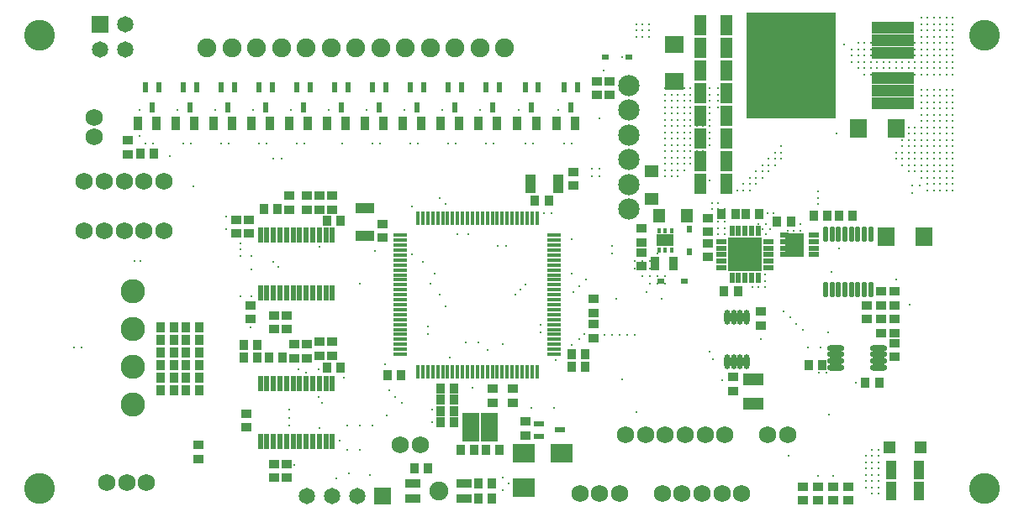
<source format=gbs>
G04*
G04 #@! TF.GenerationSoftware,Altium Limited,Altium Designer,18.1.1 (9)*
G04*
G04 Layer_Color=16711935*
%FSAX25Y25*%
%MOIN*%
G70*
G01*
G75*
%ADD19C,0.12205*%
%ADD56R,0.04143X0.03356*%
%ADD57R,0.03356X0.04143*%
%ADD61R,0.04931X0.05403*%
%ADD62R,0.02372X0.03947*%
%ADD70R,0.02568X0.02372*%
%ADD81R,0.02000X0.06200*%
%ADD92C,0.06900*%
%ADD93C,0.06506*%
%ADD94R,0.06506X0.06506*%
%ADD95R,0.06506X0.06506*%
%ADD96C,0.09655*%
%ADD97C,0.08474*%
%ADD98C,0.07480*%
%ADD99C,0.07490*%
%ADD100C,0.01200*%
%ADD153R,0.01781X0.05324*%
%ADD154R,0.05324X0.01781*%
%ADD155R,0.06506X0.11230*%
%ADD156R,0.04498X0.02195*%
%ADD157R,0.03592X0.02195*%
%ADD158R,0.04340X0.07293*%
%ADD159R,0.07293X0.04340*%
%ADD160R,0.04931X0.08474*%
%ADD161R,0.16739X0.04534*%
%ADD162R,0.35246X0.42332*%
%ADD163R,0.03356X0.05718*%
%ADD164R,0.06584X0.07214*%
%ADD165R,0.08080X0.04931*%
%ADD166O,0.02372X0.05915*%
%ADD167R,0.06112X0.03750*%
%ADD168O,0.02000X0.06400*%
%ADD169R,0.13200X0.13200*%
%ADD170R,0.04400X0.02000*%
%ADD171R,0.02000X0.04400*%
%ADD172R,0.04537X0.04931*%
%ADD173R,0.01781X0.02372*%
%ADD174R,0.06899X0.04537*%
%ADD175O,0.06899X0.02372*%
%ADD176R,0.08868X0.07293*%
%ADD177R,0.05403X0.04931*%
%ADD178R,0.03947X0.02372*%
%ADD179R,0.07214X0.06584*%
%ADD180R,0.02372X0.02568*%
%ADD181R,0.07293X0.09262*%
D19*
X0898500Y0727500D02*
D03*
Y0547500D02*
D03*
X0524000D02*
D03*
Y0727500D02*
D03*
D56*
X0607500Y0614744D02*
D03*
Y0620256D02*
D03*
X0852000D02*
D03*
Y0614744D02*
D03*
X0844500Y0548256D02*
D03*
Y0542744D02*
D03*
X0838500Y0548256D02*
D03*
Y0542744D02*
D03*
X0832500Y0542744D02*
D03*
Y0548256D02*
D03*
X0826500Y0548256D02*
D03*
Y0542744D02*
D03*
X0640000Y0663756D02*
D03*
Y0658244D02*
D03*
X0635000Y0663756D02*
D03*
Y0658244D02*
D03*
X0630000Y0663756D02*
D03*
Y0658244D02*
D03*
X0623000Y0663756D02*
D03*
Y0658244D02*
D03*
X0602000Y0648744D02*
D03*
Y0654256D02*
D03*
X0607000Y0648744D02*
D03*
Y0654256D02*
D03*
X0617000Y0610744D02*
D03*
Y0616256D02*
D03*
X0622000Y0610744D02*
D03*
Y0616256D02*
D03*
X0625000Y0604756D02*
D03*
Y0599244D02*
D03*
X0630000Y0604756D02*
D03*
Y0599244D02*
D03*
X0635000Y0605756D02*
D03*
Y0600244D02*
D03*
X0640000Y0605756D02*
D03*
Y0600244D02*
D03*
X0622000Y0551744D02*
D03*
Y0557256D02*
D03*
X0617000Y0551744D02*
D03*
Y0557256D02*
D03*
X0606000Y0577256D02*
D03*
Y0571744D02*
D03*
X0703500Y0581555D02*
D03*
Y0587067D02*
D03*
X0711500D02*
D03*
Y0581555D02*
D03*
X0857500Y0609244D02*
D03*
Y0614756D02*
D03*
X0863000Y0605256D02*
D03*
Y0599744D02*
D03*
Y0614756D02*
D03*
Y0609244D02*
D03*
X0788998Y0639344D02*
D03*
Y0644856D02*
D03*
Y0649344D02*
D03*
Y0654856D02*
D03*
X0587000Y0564756D02*
D03*
Y0559244D02*
D03*
X0857500Y0620244D02*
D03*
Y0625756D02*
D03*
X0716500Y0574012D02*
D03*
X0716500Y0568500D02*
D03*
X0863000Y0625756D02*
D03*
Y0620244D02*
D03*
X0743500Y0617244D02*
D03*
Y0622756D02*
D03*
Y0612756D02*
D03*
Y0607244D02*
D03*
X0735500Y0667744D02*
D03*
Y0673256D02*
D03*
X0750000Y0709256D02*
D03*
Y0703744D02*
D03*
X0745000Y0709256D02*
D03*
Y0703744D02*
D03*
X0559000Y0685756D02*
D03*
Y0680244D02*
D03*
X0810000Y0612244D02*
D03*
Y0617756D02*
D03*
X0798744Y0586244D02*
D03*
Y0591756D02*
D03*
X0762500Y0641256D02*
D03*
Y0635744D02*
D03*
Y0645244D02*
D03*
Y0650756D02*
D03*
X0660000Y0652567D02*
D03*
Y0647055D02*
D03*
D57*
X0612744Y0658500D02*
D03*
X0618256D02*
D03*
X0604744Y0604500D02*
D03*
X0610256D02*
D03*
X0604744Y0599500D02*
D03*
X0610256D02*
D03*
X0614744D02*
D03*
X0620256D02*
D03*
X0587256Y0601500D02*
D03*
X0581744Y0601500D02*
D03*
X0577256D02*
D03*
X0571744D02*
D03*
X0577256Y0606500D02*
D03*
X0571744Y0606500D02*
D03*
X0581744Y0606500D02*
D03*
X0587256D02*
D03*
X0571744Y0611500D02*
D03*
X0577256D02*
D03*
X0587256Y0611500D02*
D03*
X0581744Y0611500D02*
D03*
X0587256Y0596500D02*
D03*
X0581744D02*
D03*
X0577256Y0596500D02*
D03*
X0571744D02*
D03*
X0577256Y0591500D02*
D03*
X0571744Y0591500D02*
D03*
X0581744Y0591500D02*
D03*
X0587256Y0591500D02*
D03*
X0571744Y0586500D02*
D03*
X0577256D02*
D03*
X0587256Y0586500D02*
D03*
X0581744Y0586500D02*
D03*
X0846256Y0656000D02*
D03*
X0840744D02*
D03*
X0836256D02*
D03*
X0830744D02*
D03*
X0697744Y0549500D02*
D03*
X0703256Y0549500D02*
D03*
X0637744Y0595500D02*
D03*
X0643256D02*
D03*
X0637744Y0654000D02*
D03*
X0643256D02*
D03*
X0720244Y0662000D02*
D03*
X0725756D02*
D03*
X0740256Y0600811D02*
D03*
X0734744D02*
D03*
X0740256Y0595811D02*
D03*
X0734744D02*
D03*
X0682744Y0578311D02*
D03*
X0688256D02*
D03*
X0682744Y0573811D02*
D03*
X0688256D02*
D03*
Y0587311D02*
D03*
X0682744D02*
D03*
X0803744Y0656500D02*
D03*
X0809256D02*
D03*
X0794242Y0656600D02*
D03*
X0799754D02*
D03*
X0816244Y0653500D02*
D03*
X0821756D02*
D03*
X0800756Y0626000D02*
D03*
X0795244D02*
D03*
X0703256Y0543500D02*
D03*
X0697744Y0543500D02*
D03*
X0677984Y0555500D02*
D03*
X0672473D02*
D03*
X0834256Y0596500D02*
D03*
X0828744D02*
D03*
X0856756Y0589500D02*
D03*
X0851244D02*
D03*
X0682744Y0582811D02*
D03*
X0688256D02*
D03*
X0667256Y0592500D02*
D03*
X0661744D02*
D03*
X0690744Y0562811D02*
D03*
X0696256D02*
D03*
X0706256D02*
D03*
X0700744D02*
D03*
X0569256Y0680500D02*
D03*
X0563744D02*
D03*
D61*
X0780512Y0656000D02*
D03*
X0769488D02*
D03*
D62*
X0734559Y0698693D02*
D03*
X0737118Y0707000D02*
D03*
X0732000D02*
D03*
X0716500D02*
D03*
X0721618D02*
D03*
X0719059Y0698693D02*
D03*
X0703559D02*
D03*
X0706118Y0707000D02*
D03*
X0701000D02*
D03*
X0686000D02*
D03*
X0691118D02*
D03*
X0688559Y0698693D02*
D03*
X0673559D02*
D03*
X0676118Y0707000D02*
D03*
X0671000D02*
D03*
X0656000D02*
D03*
X0661118D02*
D03*
X0658559Y0698693D02*
D03*
X0643559D02*
D03*
X0646118Y0707000D02*
D03*
X0641000D02*
D03*
X0626000D02*
D03*
X0631118D02*
D03*
X0628559Y0698693D02*
D03*
X0613559D02*
D03*
X0616118Y0707000D02*
D03*
X0611000D02*
D03*
X0596000D02*
D03*
X0601118D02*
D03*
X0598559Y0698693D02*
D03*
X0583559D02*
D03*
X0586118Y0707000D02*
D03*
X0581000D02*
D03*
X0566000D02*
D03*
X0571118D02*
D03*
X0568559Y0698693D02*
D03*
D70*
X0748374Y0719000D02*
D03*
X0757626D02*
D03*
X0770374Y0630000D02*
D03*
X0779626D02*
D03*
D81*
X0640056Y0648300D02*
D03*
X0637456D02*
D03*
X0634856D02*
D03*
X0632256D02*
D03*
X0629656D02*
D03*
X0627056D02*
D03*
X0624456D02*
D03*
X0621856D02*
D03*
X0619256D02*
D03*
X0616656D02*
D03*
X0614056D02*
D03*
X0611456D02*
D03*
Y0625300D02*
D03*
X0614056D02*
D03*
X0616656D02*
D03*
X0619256D02*
D03*
X0621856D02*
D03*
X0624456D02*
D03*
X0627056D02*
D03*
X0629656D02*
D03*
X0632256D02*
D03*
X0634856D02*
D03*
X0637456D02*
D03*
X0640056D02*
D03*
Y0589300D02*
D03*
X0637456D02*
D03*
X0634856D02*
D03*
X0632256D02*
D03*
X0629656D02*
D03*
X0627056D02*
D03*
X0624456D02*
D03*
X0621856D02*
D03*
X0619256D02*
D03*
X0616656D02*
D03*
X0614056D02*
D03*
X0611456D02*
D03*
Y0566300D02*
D03*
X0614056D02*
D03*
X0616656D02*
D03*
X0619256D02*
D03*
X0621856D02*
D03*
X0624456D02*
D03*
X0627056D02*
D03*
X0629656D02*
D03*
X0632256D02*
D03*
X0634856D02*
D03*
X0637456D02*
D03*
X0640056D02*
D03*
D92*
X0674874Y0565000D02*
D03*
X0667000D02*
D03*
X0753874Y0545500D02*
D03*
X0738126D02*
D03*
X0746000D02*
D03*
X0795685Y0569000D02*
D03*
X0787811D02*
D03*
X0779937D02*
D03*
X0772037D02*
D03*
X0764137D02*
D03*
X0756263D02*
D03*
X0770752Y0545500D02*
D03*
X0778626D02*
D03*
X0786500D02*
D03*
X0794400D02*
D03*
X0802300D02*
D03*
X0573248Y0650000D02*
D03*
X0565374D02*
D03*
X0557500D02*
D03*
X0549600D02*
D03*
X0541700D02*
D03*
X0573248Y0669500D02*
D03*
X0565374D02*
D03*
X0557500D02*
D03*
X0549600D02*
D03*
X0541700D02*
D03*
X0550626Y0550000D02*
D03*
X0566374D02*
D03*
X0558500D02*
D03*
X0812563Y0569000D02*
D03*
X0820437D02*
D03*
X0545500Y0687126D02*
D03*
Y0695000D02*
D03*
D93*
X0558000Y0722000D02*
D03*
X0548000D02*
D03*
X0558000Y0732000D02*
D03*
X0630000Y0544500D02*
D03*
X0640000D02*
D03*
X0650000D02*
D03*
D94*
X0548000Y0732000D02*
D03*
D95*
X0660000Y0544500D02*
D03*
D96*
X0561000Y0626000D02*
D03*
Y0611000D02*
D03*
Y0596000D02*
D03*
Y0581000D02*
D03*
D97*
X0757500Y0707606D02*
D03*
Y0697764D02*
D03*
Y0687921D02*
D03*
Y0678079D02*
D03*
Y0668236D02*
D03*
Y0658394D02*
D03*
D98*
X0682085Y0546500D02*
D03*
D99*
X0590260Y0722500D02*
D03*
X0600102D02*
D03*
X0609945D02*
D03*
X0619787D02*
D03*
X0629630D02*
D03*
X0639472D02*
D03*
X0649315D02*
D03*
X0659157D02*
D03*
X0669000D02*
D03*
X0678843D02*
D03*
X0688685D02*
D03*
X0698528D02*
D03*
X0708370D02*
D03*
D100*
X0655000Y0553000D02*
D03*
X0661500Y0576500D02*
D03*
X0656000Y0572500D02*
D03*
X0760500Y0578000D02*
D03*
X0856500Y0563000D02*
D03*
X0854000D02*
D03*
Y0545500D02*
D03*
X0856500D02*
D03*
X0851500Y0548000D02*
D03*
X0851500Y0550500D02*
D03*
Y0558000D02*
D03*
X0851500Y0555500D02*
D03*
Y0553000D02*
D03*
X0854000Y0548000D02*
D03*
Y0550500D02*
D03*
Y0558000D02*
D03*
Y0555500D02*
D03*
Y0553000D02*
D03*
X0856500Y0548000D02*
D03*
Y0550500D02*
D03*
Y0558000D02*
D03*
Y0555500D02*
D03*
Y0553000D02*
D03*
X0851500Y0560500D02*
D03*
X0854000D02*
D03*
X0856500D02*
D03*
X0722500Y0609500D02*
D03*
Y0612500D02*
D03*
X0735000Y0633000D02*
D03*
X0740500Y0630500D02*
D03*
X0738000Y0628000D02*
D03*
X0735500Y0625500D02*
D03*
X0707500Y0552000D02*
D03*
X0710000Y0549500D02*
D03*
X0707500Y0547000D02*
D03*
X0540500Y0603500D02*
D03*
X0537500D02*
D03*
X0564000Y0638000D02*
D03*
X0585000Y0667500D02*
D03*
X0863500Y0678500D02*
D03*
Y0681000D02*
D03*
X0866000Y0686000D02*
D03*
Y0683500D02*
D03*
X0868500Y0691000D02*
D03*
Y0688500D02*
D03*
X0866000Y0681000D02*
D03*
Y0678500D02*
D03*
Y0676000D02*
D03*
X0870000Y0665000D02*
D03*
X0840000Y0688500D02*
D03*
X0870013Y0667987D02*
D03*
X0760000Y0638000D02*
D03*
Y0635000D02*
D03*
X0766000Y0629000D02*
D03*
X0769000D02*
D03*
X0772000D02*
D03*
Y0632000D02*
D03*
X0626500Y0595000D02*
D03*
X0608000Y0634500D02*
D03*
X0644500Y0596000D02*
D03*
X0608000Y0624000D02*
D03*
X0603500D02*
D03*
X0598000Y0650500D02*
D03*
X0754000Y0608500D02*
D03*
X0712500Y0624500D02*
D03*
X0760000Y0608500D02*
D03*
X0716500Y0628500D02*
D03*
X0757000Y0608500D02*
D03*
X0714500Y0626500D02*
D03*
X0813000Y0678500D02*
D03*
X0818000Y0683500D02*
D03*
Y0681000D02*
D03*
Y0678500D02*
D03*
X0846000Y0722000D02*
D03*
Y0719500D02*
D03*
Y0717000D02*
D03*
X0848500Y0714500D02*
D03*
X0851000Y0712000D02*
D03*
X0848500Y0717000D02*
D03*
Y0719500D02*
D03*
X0873500Y0734500D02*
D03*
Y0732000D02*
D03*
Y0729500D02*
D03*
X0561500Y0638000D02*
D03*
X0838000Y0633500D02*
D03*
X0794500Y0590500D02*
D03*
X0657000Y0642000D02*
D03*
X0795500Y0699000D02*
D03*
X0793000D02*
D03*
X0795500Y0701500D02*
D03*
X0793000D02*
D03*
Y0704000D02*
D03*
X0795500D02*
D03*
Y0706500D02*
D03*
X0793000D02*
D03*
X0832500Y0660500D02*
D03*
Y0663000D02*
D03*
Y0665500D02*
D03*
X0772000Y0699000D02*
D03*
X0748000Y0608500D02*
D03*
X0740000Y0609000D02*
D03*
X0738000Y0607000D02*
D03*
X0751000Y0608500D02*
D03*
X0810000Y0607000D02*
D03*
X0755000Y0591000D02*
D03*
X0719000Y0579500D02*
D03*
X0689500Y0648500D02*
D03*
X0694000D02*
D03*
X0763000Y0732000D02*
D03*
X0765500D02*
D03*
Y0729500D02*
D03*
X0763000Y0727000D02*
D03*
X0765500D02*
D03*
X0763000Y0729500D02*
D03*
X0760500Y0732000D02*
D03*
Y0727000D02*
D03*
Y0729500D02*
D03*
X0789500Y0670000D02*
D03*
X0777000Y0671500D02*
D03*
X0779500Y0674000D02*
D03*
X0782000Y0676500D02*
D03*
X0784500Y0679000D02*
D03*
X0787000Y0681500D02*
D03*
X0789500Y0684000D02*
D03*
X0876000Y0666000D02*
D03*
X0868500Y0673500D02*
D03*
X0876000Y0668500D02*
D03*
X0878500Y0666000D02*
D03*
Y0668500D02*
D03*
X0876000Y0671000D02*
D03*
X0873500D02*
D03*
X0871000Y0673500D02*
D03*
X0868500Y0676000D02*
D03*
X0873000Y0668000D02*
D03*
X0868500Y0686000D02*
D03*
X0871000Y0691000D02*
D03*
X0873500Y0693500D02*
D03*
Y0696000D02*
D03*
Y0698500D02*
D03*
Y0701000D02*
D03*
Y0703500D02*
D03*
Y0706000D02*
D03*
X0813000Y0714000D02*
D03*
Y0711500D02*
D03*
Y0734000D02*
D03*
Y0731500D02*
D03*
Y0729000D02*
D03*
Y0726500D02*
D03*
Y0724000D02*
D03*
Y0721500D02*
D03*
Y0719000D02*
D03*
Y0716500D02*
D03*
X0838000Y0724000D02*
D03*
X0815500Y0711500D02*
D03*
Y0714000D02*
D03*
Y0716500D02*
D03*
Y0724000D02*
D03*
Y0726500D02*
D03*
Y0729000D02*
D03*
Y0719000D02*
D03*
Y0721500D02*
D03*
Y0731500D02*
D03*
Y0734000D02*
D03*
X0878500Y0671000D02*
D03*
X0868500Y0678500D02*
D03*
Y0681000D02*
D03*
Y0683500D02*
D03*
X0815500Y0681000D02*
D03*
Y0678500D02*
D03*
Y0676000D02*
D03*
X0810500D02*
D03*
X0813000D02*
D03*
Y0673500D02*
D03*
X0808000D02*
D03*
X0810500D02*
D03*
Y0671000D02*
D03*
X0808000D02*
D03*
Y0668500D02*
D03*
X0805500Y0671000D02*
D03*
X0803000Y0668500D02*
D03*
X0805500D02*
D03*
X0800500Y0666000D02*
D03*
X0803000D02*
D03*
X0805500D02*
D03*
X0881000Y0671000D02*
D03*
X0883500D02*
D03*
X0886000D02*
D03*
X0881000Y0668500D02*
D03*
X0883500D02*
D03*
X0886000D02*
D03*
Y0666000D02*
D03*
X0883500D02*
D03*
X0881000D02*
D03*
X0752500Y0623000D02*
D03*
X0709000Y0644000D02*
D03*
X0705500D02*
D03*
X0728500Y0598500D02*
D03*
X0671500Y0640500D02*
D03*
X0678000Y0609000D02*
D03*
Y0612000D02*
D03*
X0707500Y0605000D02*
D03*
X0701500Y0602500D02*
D03*
X0872500Y0650000D02*
D03*
X0586000Y0564500D02*
D03*
X0772000Y0671500D02*
D03*
Y0674000D02*
D03*
Y0676500D02*
D03*
X0774500Y0671500D02*
D03*
X0789500Y0686500D02*
D03*
Y0689000D02*
D03*
Y0691500D02*
D03*
Y0704000D02*
D03*
Y0701500D02*
D03*
Y0699000D02*
D03*
Y0696500D02*
D03*
Y0694000D02*
D03*
Y0706500D02*
D03*
X0784500Y0681500D02*
D03*
X0782000D02*
D03*
Y0679000D02*
D03*
X0777000Y0674000D02*
D03*
X0779500Y0676500D02*
D03*
X0777000D02*
D03*
X0779500Y0679000D02*
D03*
X0777000D02*
D03*
X0779500Y0681500D02*
D03*
X0777000D02*
D03*
X0774500Y0674000D02*
D03*
Y0676500D02*
D03*
Y0679000D02*
D03*
X0772000D02*
D03*
X0774500Y0681500D02*
D03*
X0772000D02*
D03*
X0787000Y0706500D02*
D03*
X0784500D02*
D03*
X0782000D02*
D03*
X0779500D02*
D03*
X0772000Y0704000D02*
D03*
X0774500Y0699000D02*
D03*
Y0701500D02*
D03*
X0772000D02*
D03*
X0774500Y0704000D02*
D03*
Y0706500D02*
D03*
X0772000D02*
D03*
Y0696500D02*
D03*
X0774500D02*
D03*
X0772000Y0694000D02*
D03*
X0774500D02*
D03*
X0772000Y0691500D02*
D03*
X0774500D02*
D03*
X0772000Y0689000D02*
D03*
X0774500D02*
D03*
X0772000Y0686500D02*
D03*
X0774500D02*
D03*
X0772000Y0684000D02*
D03*
X0774500D02*
D03*
X0777000Y0706500D02*
D03*
Y0694000D02*
D03*
X0779500D02*
D03*
X0782000D02*
D03*
X0784500D02*
D03*
X0787000D02*
D03*
Y0696500D02*
D03*
X0784500D02*
D03*
X0782000D02*
D03*
X0779500D02*
D03*
X0777000D02*
D03*
X0787000Y0699000D02*
D03*
X0784500D02*
D03*
X0782000D02*
D03*
X0779500D02*
D03*
X0777000D02*
D03*
X0787000Y0701500D02*
D03*
X0784500D02*
D03*
X0782000D02*
D03*
X0779500D02*
D03*
X0777000D02*
D03*
X0787000Y0704000D02*
D03*
X0784500D02*
D03*
X0782000D02*
D03*
X0779500D02*
D03*
X0777000D02*
D03*
Y0691500D02*
D03*
X0779500D02*
D03*
X0782000D02*
D03*
X0784500D02*
D03*
X0787000D02*
D03*
X0777000Y0689000D02*
D03*
X0779500D02*
D03*
X0782000D02*
D03*
X0784500D02*
D03*
X0787000D02*
D03*
X0777000Y0686500D02*
D03*
X0779500D02*
D03*
X0782000D02*
D03*
X0784500D02*
D03*
X0787000D02*
D03*
Y0684000D02*
D03*
X0784500D02*
D03*
X0782000D02*
D03*
X0779500D02*
D03*
X0777000D02*
D03*
X0871000Y0676000D02*
D03*
Y0678500D02*
D03*
Y0681000D02*
D03*
Y0683500D02*
D03*
Y0686000D02*
D03*
Y0688500D02*
D03*
X0873500Y0673500D02*
D03*
Y0676000D02*
D03*
Y0678500D02*
D03*
Y0681000D02*
D03*
X0876000Y0673500D02*
D03*
X0878500D02*
D03*
X0881000D02*
D03*
X0883500D02*
D03*
X0886000D02*
D03*
Y0676000D02*
D03*
X0883500D02*
D03*
X0881000D02*
D03*
X0878500D02*
D03*
X0876000D02*
D03*
X0886000Y0678500D02*
D03*
X0883500D02*
D03*
X0881000D02*
D03*
X0878500D02*
D03*
X0876000D02*
D03*
X0886000Y0681000D02*
D03*
X0883500D02*
D03*
X0881000D02*
D03*
X0878500D02*
D03*
X0876000D02*
D03*
Y0706000D02*
D03*
X0878500D02*
D03*
X0881000D02*
D03*
X0883500D02*
D03*
X0886000D02*
D03*
X0876000Y0703500D02*
D03*
X0878500D02*
D03*
X0881000D02*
D03*
X0883500D02*
D03*
X0886000D02*
D03*
X0876000Y0701000D02*
D03*
X0878500D02*
D03*
X0881000D02*
D03*
X0883500D02*
D03*
X0886000D02*
D03*
X0876000Y0698500D02*
D03*
X0878500D02*
D03*
X0881000D02*
D03*
X0883500D02*
D03*
X0886000D02*
D03*
X0876000Y0696000D02*
D03*
X0878500D02*
D03*
X0881000D02*
D03*
X0883500D02*
D03*
X0886000D02*
D03*
X0876000Y0693500D02*
D03*
X0878500D02*
D03*
X0881000D02*
D03*
X0883500D02*
D03*
X0886000D02*
D03*
X0873500Y0691000D02*
D03*
X0876000D02*
D03*
X0878500D02*
D03*
X0881000D02*
D03*
X0883500D02*
D03*
X0886000D02*
D03*
X0873500Y0688500D02*
D03*
X0876000D02*
D03*
X0878500D02*
D03*
X0881000D02*
D03*
X0883500D02*
D03*
X0886000D02*
D03*
X0873500Y0686000D02*
D03*
X0876000D02*
D03*
X0878500D02*
D03*
X0881000D02*
D03*
X0883500D02*
D03*
X0886000D02*
D03*
Y0683500D02*
D03*
X0883500D02*
D03*
X0881000D02*
D03*
X0878500D02*
D03*
X0876000D02*
D03*
X0873500D02*
D03*
X0603500Y0645000D02*
D03*
Y0642500D02*
D03*
Y0640000D02*
D03*
X0629500Y0593500D02*
D03*
X0635000Y0643500D02*
D03*
Y0571500D02*
D03*
X0682500Y0663000D02*
D03*
X0685000Y0660500D02*
D03*
X0757500Y0719000D02*
D03*
X0686500Y0599500D02*
D03*
X0735000Y0604500D02*
D03*
X0679500Y0579000D02*
D03*
Y0574000D02*
D03*
X0643000Y0566500D02*
D03*
X0826500Y0542000D02*
D03*
X0832500D02*
D03*
X0838500D02*
D03*
X0844500D02*
D03*
X0837000Y0577000D02*
D03*
X0847500Y0589500D02*
D03*
X0836000Y0593500D02*
D03*
X0833000D02*
D03*
X0662500Y0586500D02*
D03*
X0665000Y0584000D02*
D03*
X0667500Y0581500D02*
D03*
X0636000D02*
D03*
X0634500Y0584000D02*
D03*
X0671500Y0659500D02*
D03*
X0668500Y0592500D02*
D03*
X0661000D02*
D03*
X0623000Y0572500D02*
D03*
X0625000Y0557000D02*
D03*
X0607500Y0611500D02*
D03*
X0623000Y0579000D02*
D03*
Y0575500D02*
D03*
X0644500Y0591500D02*
D03*
X0651000Y0563000D02*
D03*
X0646000Y0572500D02*
D03*
X0651000D02*
D03*
X0646000Y0563000D02*
D03*
X0634500Y0595000D02*
D03*
X0825500Y0642500D02*
D03*
X0823000D02*
D03*
X0820500D02*
D03*
Y0645000D02*
D03*
X0823000D02*
D03*
X0825500D02*
D03*
X0820500Y0647500D02*
D03*
X0823000D02*
D03*
X0825500D02*
D03*
X0820500Y0650000D02*
D03*
X0823000D02*
D03*
X0825500D02*
D03*
X0820500Y0652500D02*
D03*
X0823000D02*
D03*
X0825500D02*
D03*
X0769000Y0641000D02*
D03*
X0766000Y0632000D02*
D03*
X0763000D02*
D03*
X0769000D02*
D03*
X0766000Y0635000D02*
D03*
X0763000D02*
D03*
X0769000D02*
D03*
Y0638000D02*
D03*
X0763000D02*
D03*
X0789500Y0602000D02*
D03*
X0568500Y0698500D02*
D03*
X0583500D02*
D03*
X0598500D02*
D03*
X0613500D02*
D03*
X0628500D02*
D03*
X0643500D02*
D03*
X0658500D02*
D03*
X0673500D02*
D03*
X0688500D02*
D03*
X0703500D02*
D03*
X0719000D02*
D03*
X0734500D02*
D03*
X0745000Y0709500D02*
D03*
X0826500Y0610500D02*
D03*
X0824000Y0613000D02*
D03*
X0821500Y0615500D02*
D03*
X0819000Y0618000D02*
D03*
X0836500Y0609500D02*
D03*
X0718000Y0560000D02*
D03*
X0714000D02*
D03*
Y0564000D02*
D03*
X0718000D02*
D03*
X0716000Y0562000D02*
D03*
X0821000Y0560500D02*
D03*
X0791000Y0599000D02*
D03*
X0728000Y0579500D02*
D03*
X0712500Y0587000D02*
D03*
X0698000Y0605500D02*
D03*
X0693000D02*
D03*
X0617000Y0611000D02*
D03*
X0598000Y0655500D02*
D03*
X0610000Y0605000D02*
D03*
X0608000Y0640000D02*
D03*
X0618500Y0635500D02*
D03*
X0616500Y0637500D02*
D03*
X0637500Y0595000D02*
D03*
X0641500Y0551500D02*
D03*
X0646500Y0553500D02*
D03*
X0676000Y0637500D02*
D03*
X0680500Y0633000D02*
D03*
X0679000Y0629000D02*
D03*
X0685000Y0620000D02*
D03*
X0746000Y0671500D02*
D03*
X0809000Y0657000D02*
D03*
Y0638000D02*
D03*
Y0635500D02*
D03*
X0770500Y0623000D02*
D03*
X0764500Y0625500D02*
D03*
X0751000Y0644000D02*
D03*
Y0641000D02*
D03*
X0651000Y0629000D02*
D03*
X0620000Y0678500D02*
D03*
X0616500D02*
D03*
X0575500Y0679500D02*
D03*
X0563500Y0698000D02*
D03*
Y0687500D02*
D03*
X0729500Y0698000D02*
D03*
X0714000D02*
D03*
X0698500D02*
D03*
X0683500D02*
D03*
X0668500D02*
D03*
X0653500D02*
D03*
X0638500D02*
D03*
X0623500D02*
D03*
X0608500D02*
D03*
X0593500D02*
D03*
X0578500D02*
D03*
X0695500Y0587500D02*
D03*
X0881000Y0729500D02*
D03*
X0883500D02*
D03*
X0886000D02*
D03*
X0878500D02*
D03*
X0876000D02*
D03*
X0881000Y0732000D02*
D03*
X0883500D02*
D03*
X0886000D02*
D03*
X0878500D02*
D03*
X0876000D02*
D03*
X0881000Y0734500D02*
D03*
X0883500D02*
D03*
X0886000D02*
D03*
X0878500D02*
D03*
X0876000D02*
D03*
X0873500Y0727000D02*
D03*
X0876000D02*
D03*
X0878500D02*
D03*
X0886000D02*
D03*
X0883500D02*
D03*
X0881000D02*
D03*
X0873500Y0724500D02*
D03*
X0876000D02*
D03*
X0878500D02*
D03*
X0886000D02*
D03*
X0883500D02*
D03*
X0881000D02*
D03*
X0873500Y0722000D02*
D03*
X0876000D02*
D03*
X0878500D02*
D03*
X0886000D02*
D03*
X0883500D02*
D03*
X0881000D02*
D03*
X0873500Y0719500D02*
D03*
X0876000D02*
D03*
X0878500D02*
D03*
X0886000D02*
D03*
X0883500D02*
D03*
X0881000D02*
D03*
X0873500Y0717000D02*
D03*
X0876000D02*
D03*
X0878500D02*
D03*
X0886000D02*
D03*
X0883500D02*
D03*
X0881000D02*
D03*
X0873500Y0714500D02*
D03*
X0876000D02*
D03*
X0878500D02*
D03*
X0886000D02*
D03*
X0883500D02*
D03*
X0881000D02*
D03*
Y0712000D02*
D03*
X0883500D02*
D03*
X0886000D02*
D03*
X0878500D02*
D03*
X0876000D02*
D03*
X0873500D02*
D03*
X0853500D02*
D03*
X0856000D02*
D03*
X0858500D02*
D03*
X0871000D02*
D03*
X0868500D02*
D03*
X0866000D02*
D03*
X0863500D02*
D03*
X0861000D02*
D03*
Y0714500D02*
D03*
X0863500D02*
D03*
X0866000D02*
D03*
X0868500D02*
D03*
X0871000D02*
D03*
X0858500D02*
D03*
X0856000D02*
D03*
X0853500D02*
D03*
X0851000D02*
D03*
X0861000Y0717000D02*
D03*
X0863500D02*
D03*
X0866000D02*
D03*
X0868500D02*
D03*
X0871000D02*
D03*
X0858500D02*
D03*
X0856000D02*
D03*
X0853500D02*
D03*
X0851000D02*
D03*
X0861000Y0719500D02*
D03*
X0863500D02*
D03*
X0866000D02*
D03*
X0868500D02*
D03*
X0871000D02*
D03*
X0858500D02*
D03*
X0856000D02*
D03*
X0853500D02*
D03*
X0851000D02*
D03*
X0861000Y0722000D02*
D03*
X0863500D02*
D03*
X0866000D02*
D03*
X0868500D02*
D03*
X0871000D02*
D03*
X0858500D02*
D03*
X0856000D02*
D03*
X0853500D02*
D03*
X0851000D02*
D03*
X0848500D02*
D03*
X0861000Y0724500D02*
D03*
X0863500D02*
D03*
X0866000D02*
D03*
X0868500D02*
D03*
X0871000D02*
D03*
X0858500D02*
D03*
X0856000D02*
D03*
X0853500D02*
D03*
X0851000D02*
D03*
X0848500D02*
D03*
X0875000Y0645000D02*
D03*
X0872500D02*
D03*
Y0647500D02*
D03*
X0875000D02*
D03*
Y0650000D02*
D03*
X0838500Y0552500D02*
D03*
X0727000Y0657000D02*
D03*
X0724000D02*
D03*
X0743000Y0671500D02*
D03*
X0746000Y0674500D02*
D03*
X0743000D02*
D03*
X0790500Y0661000D02*
D03*
Y0658500D02*
D03*
Y0656000D02*
D03*
Y0653500D02*
D03*
X0793000Y0661000D02*
D03*
Y0658500D02*
D03*
X0795500D02*
D03*
X0793000Y0656000D02*
D03*
X0795500D02*
D03*
X0793000Y0653500D02*
D03*
X0795500D02*
D03*
X0793000Y0651000D02*
D03*
Y0648500D02*
D03*
X0795500Y0651000D02*
D03*
X0798000D02*
D03*
X0795500Y0648500D02*
D03*
X0798000D02*
D03*
X0755000Y0719000D02*
D03*
X0832500Y0552500D02*
D03*
X0863500Y0630500D02*
D03*
X0813500Y0650500D02*
D03*
X0815000Y0657000D02*
D03*
X0812500D02*
D03*
X0809000Y0648500D02*
D03*
X0810500Y0650500D02*
D03*
X0809000Y0652500D02*
D03*
X0812000D02*
D03*
X0806500Y0627500D02*
D03*
X0809000D02*
D03*
X0811500D02*
D03*
Y0630000D02*
D03*
X0809000D02*
D03*
X0806500D02*
D03*
X0811500Y0632500D02*
D03*
X0809000D02*
D03*
X0806500D02*
D03*
X0812000Y0648500D02*
D03*
X0843000Y0724000D02*
D03*
X0773000Y0721500D02*
D03*
X0775500D02*
D03*
X0778000D02*
D03*
Y0724000D02*
D03*
X0775500D02*
D03*
X0773000D02*
D03*
X0778000Y0726500D02*
D03*
X0775500D02*
D03*
X0773000D02*
D03*
X0833000Y0701500D02*
D03*
X0830500D02*
D03*
Y0704000D02*
D03*
X0833000D02*
D03*
X0830500Y0706500D02*
D03*
X0833000D02*
D03*
X0830500Y0709000D02*
D03*
X0833000D02*
D03*
X0838000Y0701500D02*
D03*
X0835500D02*
D03*
Y0704000D02*
D03*
X0838000D02*
D03*
X0835500Y0706500D02*
D03*
X0838000D02*
D03*
X0835500Y0709000D02*
D03*
X0838000D02*
D03*
X0818000Y0711500D02*
D03*
X0820500D02*
D03*
X0823000D02*
D03*
X0825500D02*
D03*
X0838000D02*
D03*
X0835500D02*
D03*
X0833000D02*
D03*
X0830500D02*
D03*
X0828000D02*
D03*
Y0714000D02*
D03*
X0830500D02*
D03*
X0833000D02*
D03*
X0835500D02*
D03*
X0838000D02*
D03*
X0825500D02*
D03*
X0823000D02*
D03*
X0820500D02*
D03*
X0818000D02*
D03*
X0828000Y0716500D02*
D03*
X0830500D02*
D03*
X0833000D02*
D03*
X0835500D02*
D03*
X0838000D02*
D03*
X0825500D02*
D03*
X0823000D02*
D03*
X0820500D02*
D03*
X0818000D02*
D03*
X0828000Y0719000D02*
D03*
X0830500D02*
D03*
X0833000D02*
D03*
X0835500D02*
D03*
X0838000D02*
D03*
X0825500D02*
D03*
X0823000D02*
D03*
X0820500D02*
D03*
X0818000D02*
D03*
X0828000Y0721500D02*
D03*
X0830500D02*
D03*
X0833000D02*
D03*
X0835500D02*
D03*
X0838000D02*
D03*
X0825500D02*
D03*
X0823000D02*
D03*
X0820500D02*
D03*
X0818000D02*
D03*
X0828000Y0724000D02*
D03*
X0830500D02*
D03*
X0833000D02*
D03*
X0835500D02*
D03*
X0825500D02*
D03*
X0823000D02*
D03*
X0820500D02*
D03*
X0818000D02*
D03*
X0828000Y0726500D02*
D03*
X0830500D02*
D03*
X0833000D02*
D03*
X0835500D02*
D03*
X0838000D02*
D03*
X0825500D02*
D03*
X0823000D02*
D03*
X0820500D02*
D03*
X0818000D02*
D03*
X0828000Y0729000D02*
D03*
X0830500D02*
D03*
X0833000D02*
D03*
X0835500D02*
D03*
X0838000D02*
D03*
X0825500D02*
D03*
X0823000D02*
D03*
X0820500D02*
D03*
X0818000D02*
D03*
X0828000Y0731500D02*
D03*
X0830500D02*
D03*
X0833000D02*
D03*
X0835500D02*
D03*
X0838000D02*
D03*
X0825500D02*
D03*
X0823000D02*
D03*
X0820500D02*
D03*
X0818000D02*
D03*
X0828000Y0734000D02*
D03*
X0830500D02*
D03*
X0833000D02*
D03*
X0835500D02*
D03*
X0838000D02*
D03*
X0825500D02*
D03*
X0823000D02*
D03*
X0820500D02*
D03*
X0818000D02*
D03*
X0869000Y0620500D02*
D03*
X0661000Y0597000D02*
D03*
X0732000Y0684500D02*
D03*
X0716500D02*
D03*
X0701000D02*
D03*
X0686000D02*
D03*
X0671000D02*
D03*
X0656000D02*
D03*
X0626000D02*
D03*
X0611000D02*
D03*
X0596000D02*
D03*
X0581000D02*
D03*
X0566000D02*
D03*
X0833500Y0603500D02*
D03*
X0828500D02*
D03*
X0841000Y0643000D02*
D03*
X0766000Y0638000D02*
D03*
X0735000Y0684500D02*
D03*
X0719500D02*
D03*
X0704000D02*
D03*
X0569000D02*
D03*
X0584000D02*
D03*
X0689000D02*
D03*
X0674000D02*
D03*
X0659000D02*
D03*
X0644000D02*
D03*
X0629000D02*
D03*
X0599000D02*
D03*
X0614000D02*
D03*
X0843220Y0650100D02*
D03*
X0747500Y0713500D02*
D03*
X0746000Y0694500D02*
D03*
X0735000Y0646500D02*
D03*
X0682500Y0624500D02*
D03*
D153*
X0721134Y0593925D02*
D03*
X0719165D02*
D03*
X0717197D02*
D03*
X0715228D02*
D03*
X0713260D02*
D03*
X0711291D02*
D03*
X0709323D02*
D03*
X0707354D02*
D03*
X0705386D02*
D03*
X0703417D02*
D03*
X0701449D02*
D03*
X0699480D02*
D03*
X0697512D02*
D03*
X0695543D02*
D03*
X0693575D02*
D03*
X0691606D02*
D03*
X0689638D02*
D03*
X0687669D02*
D03*
X0685701D02*
D03*
X0683732D02*
D03*
X0681764D02*
D03*
X0679795D02*
D03*
X0677827D02*
D03*
X0675858D02*
D03*
X0673890D02*
D03*
Y0654949D02*
D03*
X0675858D02*
D03*
X0677827D02*
D03*
X0679795D02*
D03*
X0681764D02*
D03*
X0683732D02*
D03*
X0685701D02*
D03*
X0687669D02*
D03*
X0689638D02*
D03*
X0691606D02*
D03*
X0693575D02*
D03*
X0695543D02*
D03*
X0697512D02*
D03*
X0699480D02*
D03*
X0701449D02*
D03*
X0703417D02*
D03*
X0705386D02*
D03*
X0707354D02*
D03*
X0709323D02*
D03*
X0711291D02*
D03*
X0713260D02*
D03*
X0715228D02*
D03*
X0717197D02*
D03*
X0719165D02*
D03*
X0721134D02*
D03*
D154*
X0667000Y0600815D02*
D03*
Y0602783D02*
D03*
Y0604752D02*
D03*
Y0606720D02*
D03*
Y0608689D02*
D03*
Y0610657D02*
D03*
Y0612626D02*
D03*
Y0614594D02*
D03*
Y0616563D02*
D03*
Y0618531D02*
D03*
Y0620500D02*
D03*
Y0622468D02*
D03*
Y0624437D02*
D03*
Y0626405D02*
D03*
Y0628374D02*
D03*
Y0630343D02*
D03*
Y0632311D02*
D03*
Y0634280D02*
D03*
Y0636248D02*
D03*
Y0638217D02*
D03*
Y0640185D02*
D03*
Y0642154D02*
D03*
Y0644122D02*
D03*
Y0646091D02*
D03*
Y0648059D02*
D03*
X0728024D02*
D03*
Y0646091D02*
D03*
Y0644122D02*
D03*
Y0642154D02*
D03*
Y0640185D02*
D03*
Y0638217D02*
D03*
Y0636248D02*
D03*
Y0634280D02*
D03*
Y0632311D02*
D03*
Y0630343D02*
D03*
Y0628374D02*
D03*
Y0626405D02*
D03*
Y0624437D02*
D03*
Y0622469D02*
D03*
Y0620500D02*
D03*
Y0618531D02*
D03*
Y0616563D02*
D03*
Y0614594D02*
D03*
Y0612626D02*
D03*
Y0610657D02*
D03*
Y0608689D02*
D03*
Y0606720D02*
D03*
Y0604752D02*
D03*
Y0602783D02*
D03*
Y0600815D02*
D03*
D155*
X0694760Y0571811D02*
D03*
X0702240D02*
D03*
D156*
X0831000Y0648197D02*
D03*
Y0645598D02*
D03*
Y0643000D02*
D03*
Y0640402D02*
D03*
D157*
X0819248Y0648197D02*
D03*
Y0645598D02*
D03*
Y0643000D02*
D03*
Y0640402D02*
D03*
D158*
X0718488Y0668500D02*
D03*
X0729512D02*
D03*
X0872512Y0546500D02*
D03*
X0861488D02*
D03*
Y0555000D02*
D03*
X0872512D02*
D03*
D159*
X0653000Y0658823D02*
D03*
Y0647799D02*
D03*
D160*
X0785882Y0668500D02*
D03*
X0796118D02*
D03*
Y0677500D02*
D03*
X0785882D02*
D03*
X0796118Y0686500D02*
D03*
X0785882D02*
D03*
Y0713500D02*
D03*
X0796118D02*
D03*
Y0731500D02*
D03*
X0785882D02*
D03*
Y0722500D02*
D03*
X0796118D02*
D03*
Y0704500D02*
D03*
X0785882D02*
D03*
Y0695500D02*
D03*
X0796118D02*
D03*
D161*
X0862106Y0730500D02*
D03*
Y0725500D02*
D03*
Y0720500D02*
D03*
Y0710500D02*
D03*
Y0705500D02*
D03*
Y0700500D02*
D03*
D162*
X0821949Y0715500D02*
D03*
D163*
X0570240Y0692500D02*
D03*
X0562760D02*
D03*
X0585240D02*
D03*
X0577760D02*
D03*
X0600240D02*
D03*
X0592760D02*
D03*
X0615240D02*
D03*
X0607760D02*
D03*
X0630240D02*
D03*
X0622760D02*
D03*
X0645240D02*
D03*
X0637760D02*
D03*
X0660240D02*
D03*
X0652760D02*
D03*
X0675240D02*
D03*
X0667760D02*
D03*
X0690240D02*
D03*
X0682760D02*
D03*
X0705240D02*
D03*
X0697760D02*
D03*
X0720740D02*
D03*
X0713260D02*
D03*
X0736240D02*
D03*
X0728760D02*
D03*
X0767760Y0637000D02*
D03*
X0775240D02*
D03*
D164*
X0863402Y0690500D02*
D03*
X0848598D02*
D03*
X0874402Y0647500D02*
D03*
X0859598D02*
D03*
D165*
X0806920Y0590971D02*
D03*
Y0581128D02*
D03*
D166*
X0804259Y0597982D02*
D03*
X0801700Y0597982D02*
D03*
X0799140D02*
D03*
X0796581Y0597982D02*
D03*
X0804259Y0615502D02*
D03*
X0801700Y0615502D02*
D03*
X0799140D02*
D03*
X0796581Y0615502D02*
D03*
D167*
X0671849Y0543646D02*
D03*
Y0549354D02*
D03*
X0692321Y0543646D02*
D03*
X0692321Y0549354D02*
D03*
D168*
X0853457Y0648600D02*
D03*
X0850898D02*
D03*
X0848339D02*
D03*
X0845780D02*
D03*
X0843220D02*
D03*
X0840661D02*
D03*
X0838102D02*
D03*
X0835543D02*
D03*
Y0626400D02*
D03*
X0838102D02*
D03*
X0840661D02*
D03*
X0843220D02*
D03*
X0845780D02*
D03*
X0848339D02*
D03*
X0850898D02*
D03*
X0853457D02*
D03*
D169*
X0803650Y0640400D02*
D03*
D170*
X0813000Y0635200D02*
D03*
Y0637800D02*
D03*
Y0640400D02*
D03*
Y0643000D02*
D03*
Y0645600D02*
D03*
X0794300D02*
D03*
Y0643000D02*
D03*
Y0640400D02*
D03*
Y0637800D02*
D03*
Y0635200D02*
D03*
D171*
X0808850Y0649750D02*
D03*
X0806250D02*
D03*
X0803650D02*
D03*
X0801050D02*
D03*
X0798450D02*
D03*
Y0631050D02*
D03*
X0801050D02*
D03*
X0803650D02*
D03*
X0806250D02*
D03*
X0808850D02*
D03*
D172*
X0860898Y0564000D02*
D03*
X0873102D02*
D03*
D173*
X0774618Y0642323D02*
D03*
X0772059D02*
D03*
X0769500D02*
D03*
Y0650000D02*
D03*
X0772059D02*
D03*
X0774618D02*
D03*
D174*
X0772059Y0646161D02*
D03*
D175*
X0839535Y0595661D02*
D03*
Y0598220D02*
D03*
Y0600780D02*
D03*
Y0603339D02*
D03*
X0856465Y0595661D02*
D03*
Y0598220D02*
D03*
Y0600780D02*
D03*
Y0603339D02*
D03*
D176*
X0716020Y0561646D02*
D03*
Y0547866D02*
D03*
X0730980Y0561646D02*
D03*
D177*
X0766500Y0673512D02*
D03*
Y0662488D02*
D03*
D178*
X0730154Y0570756D02*
D03*
X0721846Y0573315D02*
D03*
Y0568197D02*
D03*
D179*
X0775500Y0723902D02*
D03*
Y0709098D02*
D03*
D180*
X0781500Y0641374D02*
D03*
Y0650626D02*
D03*
D181*
X0823185Y0644299D02*
D03*
M02*

</source>
